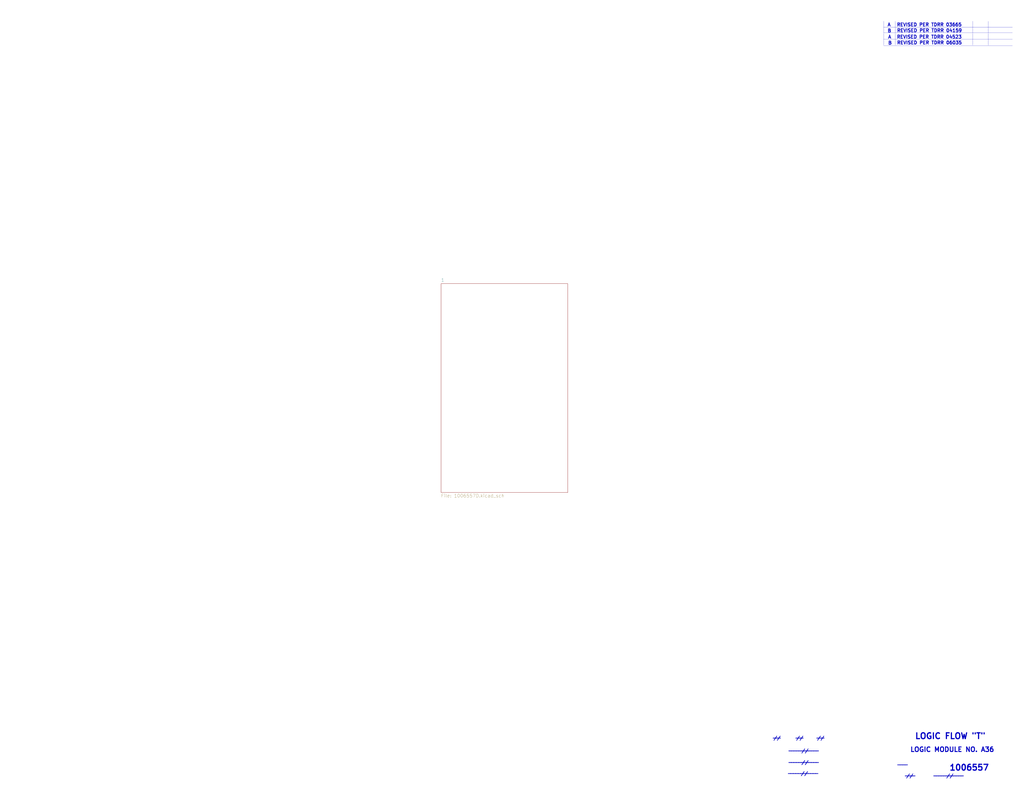
<source format=kicad_sch>
(kicad_sch (version 20211123) (generator eeschema)
  (paper "E")
  (lib_symbols)
  (polyline (pts (xy 1078.5602 23.241) (xy 1078.5602 36.068)) (stroke (width 0) (type solid)))
  (polyline (pts (xy 976.9602 36.449) (xy 976.9602 49.276)) (stroke (width 0) (type solid)))
  (polyline (pts (xy 964.3872 42.926) (xy 1104.9762 42.926)) (stroke (width 0) (type solid)))
  (polyline (pts (xy 964.3872 35.941) (xy 1104.9762 35.941)) (stroke (width 0) (type solid)))
  (polyline (pts (xy 1061.6692 23.114) (xy 1061.6692 35.941)) (stroke (width 0) (type solid)))
  (polyline (pts (xy 1078.5602 36.576) (xy 1078.5602 49.403)) (stroke (width 0) (type solid)))
  (polyline (pts (xy 964.3872 36.449) (xy 964.3872 49.276)) (stroke (width 0) (type solid)))
  (polyline (pts (xy 964.3872 23.114) (xy 964.3872 35.941)) (stroke (width 0) (type solid)))
  (polyline (pts (xy 976.9602 23.114) (xy 976.9602 35.941)) (stroke (width 0) (type solid)))
  (polyline (pts (xy 964.3872 29.591) (xy 1104.9762 29.591)) (stroke (width 0) (type solid)))
  (polyline (pts (xy 1061.6692 36.449) (xy 1061.6692 49.276)) (stroke (width 0) (type solid)))
  (polyline (pts (xy 964.3872 49.911) (xy 1104.9762 49.911)) (stroke (width 0) (type solid)))
  (text "____" (at 987.425 847.725 0) (effects (font (size 3.556 3.556) (thickness 0.7112) bold) (justify left bottom)))
  (text "//" (at 988.695 849.63 0) (effects (font (size 3.556 3.556) (thickness 0.7112) bold) (justify left bottom)))
  (text "A" (at 969.01 42.545 0) (effects (font (size 3.556 3.556) (thickness 0.7112) bold) (justify left bottom)))
  (text "//" (at 873.76 847.09 0) (effects (font (size 3.556 3.556) (thickness 0.7112) bold) (justify left bottom)))
  (text "1006557" (at 1035.812 842.137 0) (effects (font (size 6.35 6.35) (thickness 1.27) bold) (justify left bottom)))
  (text "//" (at 843.915 808.355 0) (effects (font (size 3.556 3.556) (thickness 0.7112) bold) (justify left bottom)))
  (text "//" (at 1032.51 849.63 0) (effects (font (size 3.556 3.556) (thickness 0.7112) bold) (justify left bottom)))
  (text "___" (at 890.905 806.45 0) (effects (font (size 3.556 3.556) (thickness 0.7112) bold) (justify left bottom)))
  (text "//" (at 868.68 808.355 0) (effects (font (size 3.556 3.556) (thickness 0.7112) bold) (justify left bottom)))
  (text "A" (at 968.375 29.21 0) (effects (font (size 3.556 3.556) (thickness 0.7112) bold) (justify left bottom)))
  (text "___" (at 843.28 806.45 0) (effects (font (size 3.556 3.556) (thickness 0.7112) bold) (justify left bottom)))
  (text "____________" (at 1018.54 847.725 0) (effects (font (size 3.556 3.556) (thickness 0.7112) bold) (justify left bottom)))
  (text "REVISED PER TDRR 03665" (at 978.535 29.21 0) (effects (font (size 3.556 3.556) (thickness 0.7112) bold) (justify left bottom)))
  (text "B" (at 968.4512 35.814 0) (effects (font (size 3.556 3.556) (thickness 0.7112) bold) (justify left bottom)))
  (text "REVISED PER TDRR 04159" (at 978.7382 35.56 0) (effects (font (size 3.556 3.556) (thickness 0.7112) bold) (justify left bottom)))
  (text "____________" (at 860.425 820.42 0) (effects (font (size 3.556 3.556) (thickness 0.7112) bold) (justify left bottom)))
  (text "____" (at 979.17 835.66 0) (effects (font (size 3.556 3.556) (thickness 0.7112) bold) (justify left bottom)))
  (text "___" (at 868.045 806.45 0) (effects (font (size 3.556 3.556) (thickness 0.7112) bold) (justify left bottom)))
  (text "//" (at 891.54 808.355 0) (effects (font (size 3.556 3.556) (thickness 0.7112) bold) (justify left bottom)))
  (text "LOGIC MODULE NO. A36" (at 993.14 821.69 0) (effects (font (size 5.08 5.08) (thickness 1.016) bold) (justify left bottom)))
  (text "____________" (at 859.79 845.185 0) (effects (font (size 3.556 3.556) (thickness 0.7112) bold) (justify left bottom)))
  (text "REVISED PER TDRR 06035" (at 978.7382 48.895 0) (effects (font (size 3.556 3.556) (thickness 0.7112) bold) (justify left bottom)))
  (text "//" (at 874.395 822.325 0) (effects (font (size 3.556 3.556) (thickness 0.7112) bold) (justify left bottom)))
  (text "B" (at 969.0862 49.149 0) (effects (font (size 3.556 3.556) (thickness 0.7112) bold) (justify left bottom)))
  (text "//" (at 874.395 835.025 0) (effects (font (size 3.556 3.556) (thickness 0.7112) bold) (justify left bottom)))
  (text "REVISED PER TDRR 04523" (at 978.535 42.545 0) (effects (font (size 3.556 3.556) (thickness 0.7112) bold) (justify left bottom)))
  (text "____________" (at 860.425 833.12 0) (effects (font (size 3.556 3.556) (thickness 0.7112) bold) (justify left bottom)))
  (text "LOGIC FLOW \"T\"" (at 998.22 807.72 0) (effects (font (size 6.35 6.35) (thickness 1.27) bold) (justify left bottom)))
  (sheet (at 481.33 309.88) (size 138.43 227.965)
    (property "Sheet name" "1" (at 481.33 308.0254 0) (effects (font (size 3.556 3.556)) (justify left bottom)))
    (property "Sheet file" "1006557D.kicad_sch" (at 481.33 539.344 0) (effects (font (size 3.556 3.556)) (justify left top)))
  )
)
</source>
